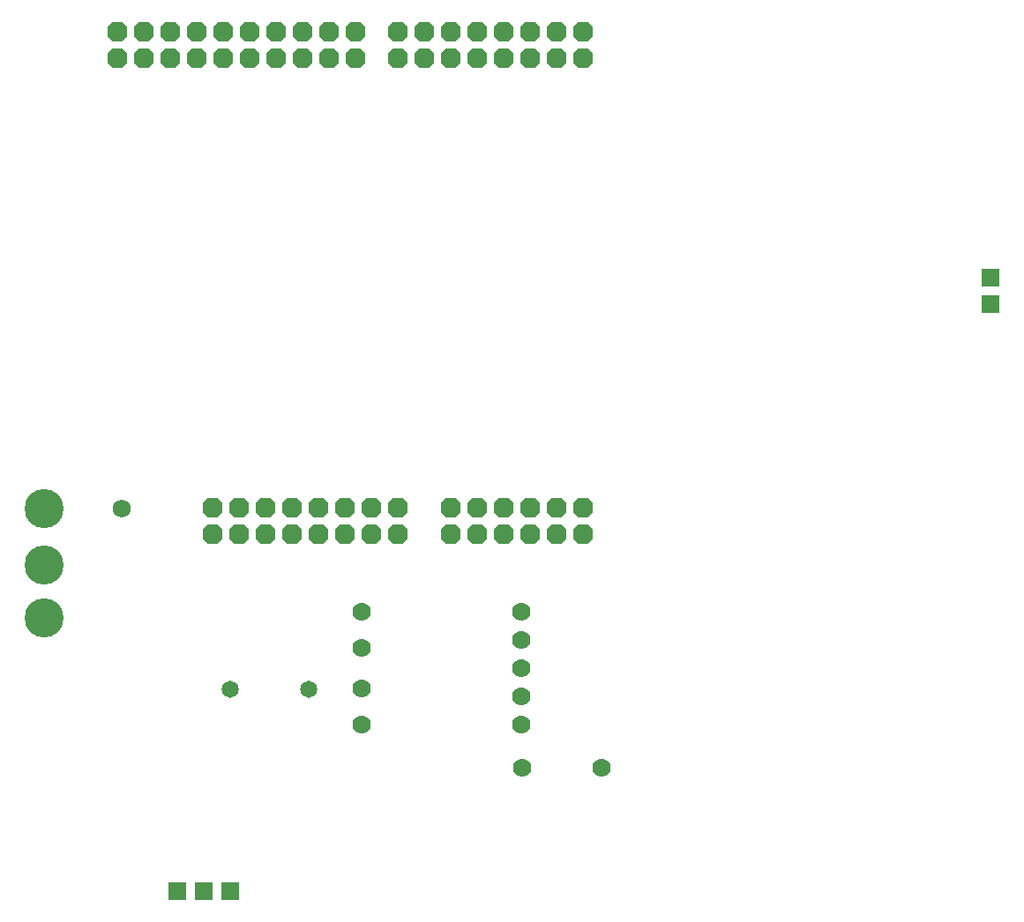
<source format=gbr>
%FSLAX23Y23*%
%MOIN*%
G04 EasyPC Gerber Version 17.0 Build 3379 *
%ADD27R,0.07000X0.07000*%
%ADD72C,0.06512*%
%ADD74C,0.06906*%
%ADD28C,0.07000*%
%ADD29C,0.07000*%
%AMT75*0 Octagon Pad at angle 0*4,1,8,-0.01573,-0.03800,0.01573,-0.03800,0.03800,-0.01573,0.03800,0.01573,0.01573,0.03800,-0.01573,0.03800,-0.03800,0.01573,-0.03800,-0.01573,-0.01573,-0.03800,0*%
%ADD75T75*%
%ADD73C,0.14780*%
X0Y0D02*
D02*
D27*
X968Y646D03*
X1068D03*
X1168D03*
X4041Y2865D03*
Y2965D03*
D02*
D28*
X1664Y1274D03*
X1664Y1411D03*
Y1702D03*
X1664Y1564D03*
X2268Y1381D03*
Y1488D03*
Y1702D03*
X2268Y1595D03*
X2268Y1274D03*
D02*
D29*
X2271Y1111D03*
X2571D03*
D02*
D72*
X1168Y1407D03*
X1463D03*
D02*
D73*
X464Y1678D03*
Y1878D03*
Y2091D03*
D02*
D74*
X759Y2092D03*
D02*
D75*
X740Y3795D03*
Y3895D03*
X840Y3795D03*
Y3895D03*
X940Y3795D03*
Y3895D03*
X1040Y3795D03*
Y3895D03*
X1100Y1995D03*
Y2095D03*
X1140Y3795D03*
Y3895D03*
X1200Y1995D03*
Y2095D03*
X1240Y3795D03*
Y3895D03*
X1300Y1995D03*
Y2095D03*
X1340Y3795D03*
Y3895D03*
X1400Y1995D03*
Y2095D03*
X1440Y3795D03*
Y3895D03*
X1500Y1995D03*
Y2095D03*
X1540Y3795D03*
Y3895D03*
X1600Y1995D03*
Y2095D03*
X1640Y3795D03*
Y3895D03*
X1700Y1995D03*
Y2095D03*
X1800Y1995D03*
Y2095D03*
Y3795D03*
Y3895D03*
X1900Y3795D03*
Y3895D03*
X2000Y1995D03*
Y2095D03*
Y3795D03*
Y3895D03*
X2100Y1995D03*
Y2095D03*
Y3795D03*
Y3895D03*
X2200Y1995D03*
Y2095D03*
Y3795D03*
Y3895D03*
X2300Y1995D03*
Y2095D03*
Y3795D03*
Y3895D03*
X2400Y1995D03*
Y2095D03*
Y3795D03*
Y3895D03*
X2500Y1995D03*
Y2095D03*
Y3795D03*
Y3895D03*
X0Y0D02*
M02*

</source>
